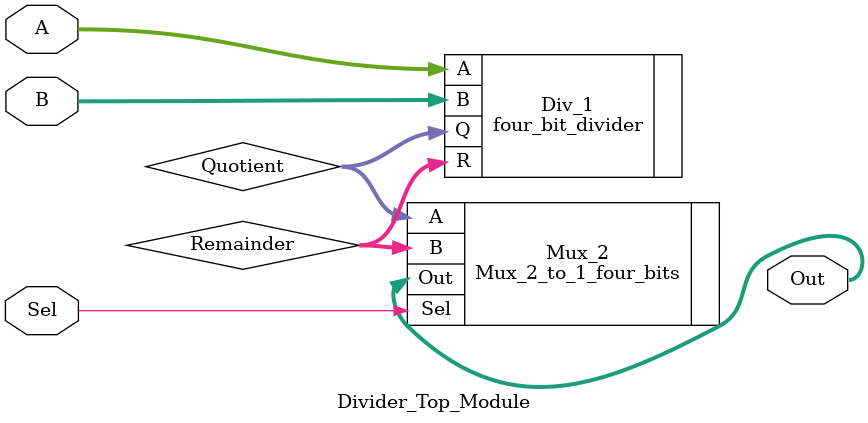
<source format=v>
module Divider_Top_Module (
    input [3:0] A , B ,
    input Sel ,
    output [3:0] Out 
);

wire [3:0] Quotient , Remainder ;

four_bit_divider Div_1 ( .A ( A ) ,
                         .B ( B ) ,
                         .Q (Quotient) ,
                         .R (Remainder) 
                       );

Mux_2_to_1_four_bits Mux_2 ( .A ( Quotient ) , 
                             .B ( Remainder ),
                             .Sel ( Sel ) , 
                             .Out ( Out )
                           );

endmodule 

</source>
